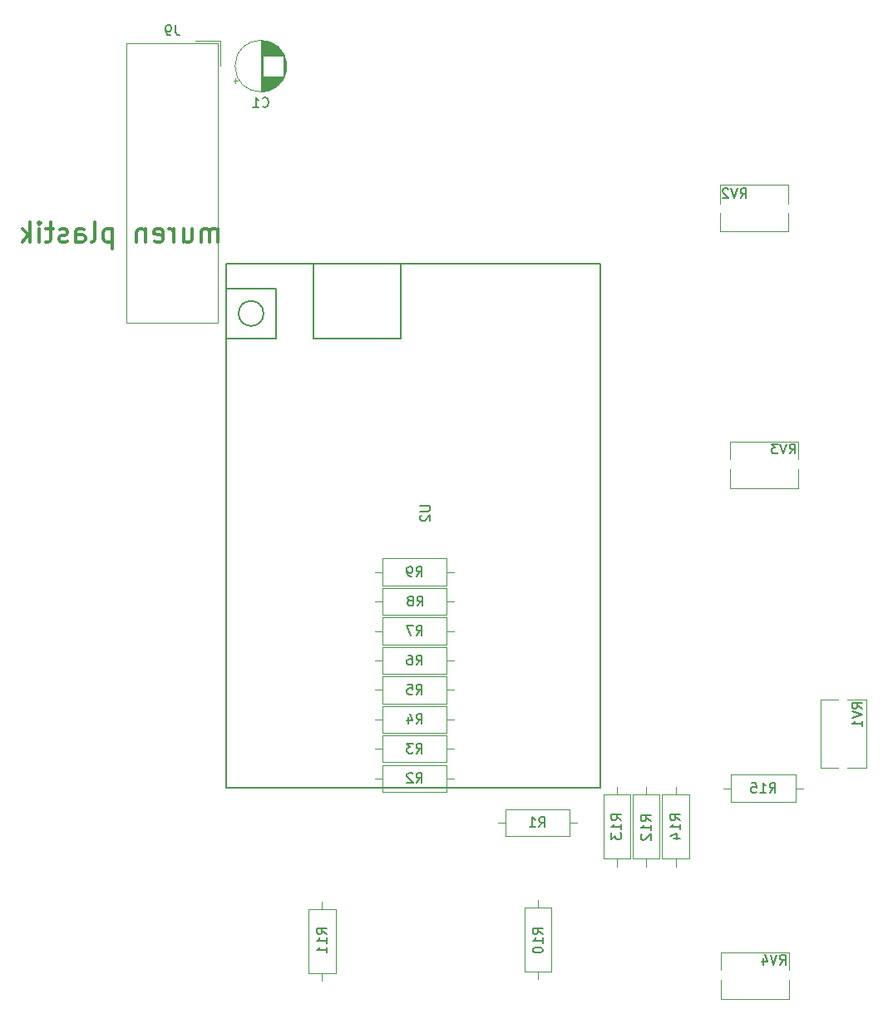
<source format=gbr>
G04 #@! TF.GenerationSoftware,KiCad,Pcbnew,5.0.1*
G04 #@! TF.CreationDate,2019-05-06T23:41:24+02:00*
G04 #@! TF.ProjectId,plastik,706C617374696B2E6B696361645F7063,rev?*
G04 #@! TF.SameCoordinates,Original*
G04 #@! TF.FileFunction,Legend,Bot*
G04 #@! TF.FilePolarity,Positive*
%FSLAX46Y46*%
G04 Gerber Fmt 4.6, Leading zero omitted, Abs format (unit mm)*
G04 Created by KiCad (PCBNEW 5.0.1) date Mo 06 Mai 2019 23:41:24 CEST*
%MOMM*%
%LPD*%
G01*
G04 APERTURE LIST*
%ADD10C,0.300000*%
%ADD11C,0.120000*%
%ADD12C,0.150000*%
G04 APERTURE END LIST*
D10*
X115904761Y-58904761D02*
X115904761Y-57571428D01*
X115904761Y-57761904D02*
X115809523Y-57666666D01*
X115619047Y-57571428D01*
X115333333Y-57571428D01*
X115142857Y-57666666D01*
X115047619Y-57857142D01*
X115047619Y-58904761D01*
X115047619Y-57857142D02*
X114952380Y-57666666D01*
X114761904Y-57571428D01*
X114476190Y-57571428D01*
X114285714Y-57666666D01*
X114190476Y-57857142D01*
X114190476Y-58904761D01*
X112380952Y-57571428D02*
X112380952Y-58904761D01*
X113238095Y-57571428D02*
X113238095Y-58619047D01*
X113142857Y-58809523D01*
X112952380Y-58904761D01*
X112666666Y-58904761D01*
X112476190Y-58809523D01*
X112380952Y-58714285D01*
X111428571Y-58904761D02*
X111428571Y-57571428D01*
X111428571Y-57952380D02*
X111333333Y-57761904D01*
X111238095Y-57666666D01*
X111047619Y-57571428D01*
X110857142Y-57571428D01*
X109428571Y-58809523D02*
X109619047Y-58904761D01*
X109999999Y-58904761D01*
X110190476Y-58809523D01*
X110285714Y-58619047D01*
X110285714Y-57857142D01*
X110190476Y-57666666D01*
X109999999Y-57571428D01*
X109619047Y-57571428D01*
X109428571Y-57666666D01*
X109333333Y-57857142D01*
X109333333Y-58047619D01*
X110285714Y-58238095D01*
X108476190Y-57571428D02*
X108476190Y-58904761D01*
X108476190Y-57761904D02*
X108380952Y-57666666D01*
X108190476Y-57571428D01*
X107904761Y-57571428D01*
X107714285Y-57666666D01*
X107619047Y-57857142D01*
X107619047Y-58904761D01*
X105142857Y-57571428D02*
X105142857Y-59571428D01*
X105142857Y-57666666D02*
X104952380Y-57571428D01*
X104571428Y-57571428D01*
X104380952Y-57666666D01*
X104285714Y-57761904D01*
X104190476Y-57952380D01*
X104190476Y-58523809D01*
X104285714Y-58714285D01*
X104380952Y-58809523D01*
X104571428Y-58904761D01*
X104952380Y-58904761D01*
X105142857Y-58809523D01*
X103047619Y-58904761D02*
X103238095Y-58809523D01*
X103333333Y-58619047D01*
X103333333Y-56904761D01*
X101428571Y-58904761D02*
X101428571Y-57857142D01*
X101523809Y-57666666D01*
X101714285Y-57571428D01*
X102095238Y-57571428D01*
X102285714Y-57666666D01*
X101428571Y-58809523D02*
X101619047Y-58904761D01*
X102095238Y-58904761D01*
X102285714Y-58809523D01*
X102380952Y-58619047D01*
X102380952Y-58428571D01*
X102285714Y-58238095D01*
X102095238Y-58142857D01*
X101619047Y-58142857D01*
X101428571Y-58047619D01*
X100571428Y-58809523D02*
X100380952Y-58904761D01*
X99999999Y-58904761D01*
X99809523Y-58809523D01*
X99714285Y-58619047D01*
X99714285Y-58523809D01*
X99809523Y-58333333D01*
X99999999Y-58238095D01*
X100285714Y-58238095D01*
X100476190Y-58142857D01*
X100571428Y-57952380D01*
X100571428Y-57857142D01*
X100476190Y-57666666D01*
X100285714Y-57571428D01*
X99999999Y-57571428D01*
X99809523Y-57666666D01*
X99142857Y-57571428D02*
X98380952Y-57571428D01*
X98857142Y-56904761D02*
X98857142Y-58619047D01*
X98761904Y-58809523D01*
X98571428Y-58904761D01*
X98380952Y-58904761D01*
X97714285Y-58904761D02*
X97714285Y-57571428D01*
X97714285Y-56904761D02*
X97809523Y-57000000D01*
X97714285Y-57095238D01*
X97619047Y-57000000D01*
X97714285Y-56904761D01*
X97714285Y-57095238D01*
X96761904Y-58904761D02*
X96761904Y-56904761D01*
X96571428Y-58142857D02*
X95999999Y-58904761D01*
X95999999Y-57571428D02*
X96761904Y-58333333D01*
D11*
G04 #@! TO.C,C1*
X122870000Y-41000000D02*
G75*
G03X122870000Y-41000000I-2620000J0D01*
G01*
X120250000Y-43580000D02*
X120250000Y-38420000D01*
X120290000Y-43580000D02*
X120290000Y-38420000D01*
X120330000Y-43579000D02*
X120330000Y-38421000D01*
X120370000Y-43578000D02*
X120370000Y-38422000D01*
X120410000Y-43576000D02*
X120410000Y-38424000D01*
X120450000Y-43573000D02*
X120450000Y-38427000D01*
X120490000Y-43569000D02*
X120490000Y-42040000D01*
X120490000Y-39960000D02*
X120490000Y-38431000D01*
X120530000Y-43565000D02*
X120530000Y-42040000D01*
X120530000Y-39960000D02*
X120530000Y-38435000D01*
X120570000Y-43561000D02*
X120570000Y-42040000D01*
X120570000Y-39960000D02*
X120570000Y-38439000D01*
X120610000Y-43556000D02*
X120610000Y-42040000D01*
X120610000Y-39960000D02*
X120610000Y-38444000D01*
X120650000Y-43550000D02*
X120650000Y-42040000D01*
X120650000Y-39960000D02*
X120650000Y-38450000D01*
X120690000Y-43543000D02*
X120690000Y-42040000D01*
X120690000Y-39960000D02*
X120690000Y-38457000D01*
X120730000Y-43536000D02*
X120730000Y-42040000D01*
X120730000Y-39960000D02*
X120730000Y-38464000D01*
X120770000Y-43528000D02*
X120770000Y-42040000D01*
X120770000Y-39960000D02*
X120770000Y-38472000D01*
X120810000Y-43520000D02*
X120810000Y-42040000D01*
X120810000Y-39960000D02*
X120810000Y-38480000D01*
X120850000Y-43511000D02*
X120850000Y-42040000D01*
X120850000Y-39960000D02*
X120850000Y-38489000D01*
X120890000Y-43501000D02*
X120890000Y-42040000D01*
X120890000Y-39960000D02*
X120890000Y-38499000D01*
X120930000Y-43491000D02*
X120930000Y-42040000D01*
X120930000Y-39960000D02*
X120930000Y-38509000D01*
X120971000Y-43480000D02*
X120971000Y-42040000D01*
X120971000Y-39960000D02*
X120971000Y-38520000D01*
X121011000Y-43468000D02*
X121011000Y-42040000D01*
X121011000Y-39960000D02*
X121011000Y-38532000D01*
X121051000Y-43455000D02*
X121051000Y-42040000D01*
X121051000Y-39960000D02*
X121051000Y-38545000D01*
X121091000Y-43442000D02*
X121091000Y-42040000D01*
X121091000Y-39960000D02*
X121091000Y-38558000D01*
X121131000Y-43428000D02*
X121131000Y-42040000D01*
X121131000Y-39960000D02*
X121131000Y-38572000D01*
X121171000Y-43414000D02*
X121171000Y-42040000D01*
X121171000Y-39960000D02*
X121171000Y-38586000D01*
X121211000Y-43398000D02*
X121211000Y-42040000D01*
X121211000Y-39960000D02*
X121211000Y-38602000D01*
X121251000Y-43382000D02*
X121251000Y-42040000D01*
X121251000Y-39960000D02*
X121251000Y-38618000D01*
X121291000Y-43365000D02*
X121291000Y-42040000D01*
X121291000Y-39960000D02*
X121291000Y-38635000D01*
X121331000Y-43348000D02*
X121331000Y-42040000D01*
X121331000Y-39960000D02*
X121331000Y-38652000D01*
X121371000Y-43329000D02*
X121371000Y-42040000D01*
X121371000Y-39960000D02*
X121371000Y-38671000D01*
X121411000Y-43310000D02*
X121411000Y-42040000D01*
X121411000Y-39960000D02*
X121411000Y-38690000D01*
X121451000Y-43290000D02*
X121451000Y-42040000D01*
X121451000Y-39960000D02*
X121451000Y-38710000D01*
X121491000Y-43268000D02*
X121491000Y-42040000D01*
X121491000Y-39960000D02*
X121491000Y-38732000D01*
X121531000Y-43247000D02*
X121531000Y-42040000D01*
X121531000Y-39960000D02*
X121531000Y-38753000D01*
X121571000Y-43224000D02*
X121571000Y-42040000D01*
X121571000Y-39960000D02*
X121571000Y-38776000D01*
X121611000Y-43200000D02*
X121611000Y-42040000D01*
X121611000Y-39960000D02*
X121611000Y-38800000D01*
X121651000Y-43175000D02*
X121651000Y-42040000D01*
X121651000Y-39960000D02*
X121651000Y-38825000D01*
X121691000Y-43149000D02*
X121691000Y-42040000D01*
X121691000Y-39960000D02*
X121691000Y-38851000D01*
X121731000Y-43122000D02*
X121731000Y-42040000D01*
X121731000Y-39960000D02*
X121731000Y-38878000D01*
X121771000Y-43095000D02*
X121771000Y-42040000D01*
X121771000Y-39960000D02*
X121771000Y-38905000D01*
X121811000Y-43065000D02*
X121811000Y-42040000D01*
X121811000Y-39960000D02*
X121811000Y-38935000D01*
X121851000Y-43035000D02*
X121851000Y-42040000D01*
X121851000Y-39960000D02*
X121851000Y-38965000D01*
X121891000Y-43004000D02*
X121891000Y-42040000D01*
X121891000Y-39960000D02*
X121891000Y-38996000D01*
X121931000Y-42971000D02*
X121931000Y-42040000D01*
X121931000Y-39960000D02*
X121931000Y-39029000D01*
X121971000Y-42937000D02*
X121971000Y-42040000D01*
X121971000Y-39960000D02*
X121971000Y-39063000D01*
X122011000Y-42901000D02*
X122011000Y-42040000D01*
X122011000Y-39960000D02*
X122011000Y-39099000D01*
X122051000Y-42864000D02*
X122051000Y-42040000D01*
X122051000Y-39960000D02*
X122051000Y-39136000D01*
X122091000Y-42826000D02*
X122091000Y-42040000D01*
X122091000Y-39960000D02*
X122091000Y-39174000D01*
X122131000Y-42785000D02*
X122131000Y-42040000D01*
X122131000Y-39960000D02*
X122131000Y-39215000D01*
X122171000Y-42743000D02*
X122171000Y-42040000D01*
X122171000Y-39960000D02*
X122171000Y-39257000D01*
X122211000Y-42699000D02*
X122211000Y-42040000D01*
X122211000Y-39960000D02*
X122211000Y-39301000D01*
X122251000Y-42653000D02*
X122251000Y-42040000D01*
X122251000Y-39960000D02*
X122251000Y-39347000D01*
X122291000Y-42605000D02*
X122291000Y-42040000D01*
X122291000Y-39960000D02*
X122291000Y-39395000D01*
X122331000Y-42554000D02*
X122331000Y-42040000D01*
X122331000Y-39960000D02*
X122331000Y-39446000D01*
X122371000Y-42500000D02*
X122371000Y-42040000D01*
X122371000Y-39960000D02*
X122371000Y-39500000D01*
X122411000Y-42443000D02*
X122411000Y-42040000D01*
X122411000Y-39960000D02*
X122411000Y-39557000D01*
X122451000Y-42383000D02*
X122451000Y-42040000D01*
X122451000Y-39960000D02*
X122451000Y-39617000D01*
X122491000Y-42319000D02*
X122491000Y-42040000D01*
X122491000Y-39960000D02*
X122491000Y-39681000D01*
X122531000Y-42251000D02*
X122531000Y-42040000D01*
X122531000Y-39960000D02*
X122531000Y-39749000D01*
X122571000Y-42178000D02*
X122571000Y-39822000D01*
X122611000Y-42098000D02*
X122611000Y-39902000D01*
X122651000Y-42011000D02*
X122651000Y-39989000D01*
X122691000Y-41915000D02*
X122691000Y-40085000D01*
X122731000Y-41805000D02*
X122731000Y-40195000D01*
X122771000Y-41677000D02*
X122771000Y-40323000D01*
X122811000Y-41518000D02*
X122811000Y-40482000D01*
X122851000Y-41284000D02*
X122851000Y-40716000D01*
X117445225Y-42475000D02*
X117945225Y-42475000D01*
X117695225Y-42725000D02*
X117695225Y-42225000D01*
G04 #@! TO.C,R1*
X151690000Y-116630000D02*
X151690000Y-119370000D01*
X151690000Y-119370000D02*
X145150000Y-119370000D01*
X145150000Y-119370000D02*
X145150000Y-116630000D01*
X145150000Y-116630000D02*
X151690000Y-116630000D01*
X152460000Y-118000000D02*
X151690000Y-118000000D01*
X144380000Y-118000000D02*
X145150000Y-118000000D01*
G04 #@! TO.C,RV4*
X167065000Y-133996000D02*
X167065000Y-135960000D01*
X167065000Y-131220000D02*
X167065000Y-133006000D01*
X174015000Y-133996000D02*
X174015000Y-135960000D01*
X174015000Y-131220000D02*
X174015000Y-133006000D01*
X174015000Y-135960000D02*
X167065000Y-135960000D01*
X174015000Y-131220000D02*
X167065000Y-131220000D01*
G04 #@! TO.C,RV3*
X175015000Y-79220000D02*
X168065000Y-79220000D01*
X175015000Y-83960000D02*
X168065000Y-83960000D01*
X175015000Y-79220000D02*
X175015000Y-81006000D01*
X175015000Y-81996000D02*
X175015000Y-83960000D01*
X168065000Y-79220000D02*
X168065000Y-81006000D01*
X168065000Y-81996000D02*
X168065000Y-83960000D01*
G04 #@! TO.C,RV2*
X173935000Y-55004000D02*
X173935000Y-53040000D01*
X173935000Y-57780000D02*
X173935000Y-55994000D01*
X166985000Y-55004000D02*
X166985000Y-53040000D01*
X166985000Y-57780000D02*
X166985000Y-55994000D01*
X166985000Y-53040000D02*
X173935000Y-53040000D01*
X166985000Y-57780000D02*
X173935000Y-57780000D01*
G04 #@! TO.C,RV1*
X177220000Y-105485000D02*
X177220000Y-112435000D01*
X181960000Y-105485000D02*
X181960000Y-112435000D01*
X177220000Y-105485000D02*
X179006000Y-105485000D01*
X179996000Y-105485000D02*
X181960000Y-105485000D01*
X177220000Y-112435000D02*
X179006000Y-112435000D01*
X179996000Y-112435000D02*
X181960000Y-112435000D01*
G04 #@! TO.C,R8*
X131880000Y-95500000D02*
X132650000Y-95500000D01*
X139960000Y-95500000D02*
X139190000Y-95500000D01*
X132650000Y-94130000D02*
X139190000Y-94130000D01*
X132650000Y-96870000D02*
X132650000Y-94130000D01*
X139190000Y-96870000D02*
X132650000Y-96870000D01*
X139190000Y-94130000D02*
X139190000Y-96870000D01*
G04 #@! TO.C,R15*
X174690000Y-113130000D02*
X174690000Y-115870000D01*
X174690000Y-115870000D02*
X168150000Y-115870000D01*
X168150000Y-115870000D02*
X168150000Y-113130000D01*
X168150000Y-113130000D02*
X174690000Y-113130000D01*
X175460000Y-114500000D02*
X174690000Y-114500000D01*
X167380000Y-114500000D02*
X168150000Y-114500000D01*
G04 #@! TO.C,R14*
X162500000Y-114380000D02*
X162500000Y-115150000D01*
X162500000Y-122460000D02*
X162500000Y-121690000D01*
X163870000Y-115150000D02*
X163870000Y-121690000D01*
X161130000Y-115150000D02*
X163870000Y-115150000D01*
X161130000Y-121690000D02*
X161130000Y-115150000D01*
X163870000Y-121690000D02*
X161130000Y-121690000D01*
G04 #@! TO.C,R13*
X157870000Y-121690000D02*
X155130000Y-121690000D01*
X155130000Y-121690000D02*
X155130000Y-115150000D01*
X155130000Y-115150000D02*
X157870000Y-115150000D01*
X157870000Y-115150000D02*
X157870000Y-121690000D01*
X156500000Y-122460000D02*
X156500000Y-121690000D01*
X156500000Y-114380000D02*
X156500000Y-115150000D01*
G04 #@! TO.C,R12*
X159500000Y-114380000D02*
X159500000Y-115150000D01*
X159500000Y-122460000D02*
X159500000Y-121690000D01*
X160870000Y-115150000D02*
X160870000Y-121690000D01*
X158130000Y-115150000D02*
X160870000Y-115150000D01*
X158130000Y-121690000D02*
X158130000Y-115150000D01*
X160870000Y-121690000D02*
X158130000Y-121690000D01*
G04 #@! TO.C,R11*
X127870000Y-133350000D02*
X125130000Y-133350000D01*
X125130000Y-133350000D02*
X125130000Y-126810000D01*
X125130000Y-126810000D02*
X127870000Y-126810000D01*
X127870000Y-126810000D02*
X127870000Y-133350000D01*
X126500000Y-134120000D02*
X126500000Y-133350000D01*
X126500000Y-126040000D02*
X126500000Y-126810000D01*
G04 #@! TO.C,R10*
X148500000Y-125880000D02*
X148500000Y-126650000D01*
X148500000Y-133960000D02*
X148500000Y-133190000D01*
X149870000Y-126650000D02*
X149870000Y-133190000D01*
X147130000Y-126650000D02*
X149870000Y-126650000D01*
X147130000Y-133190000D02*
X147130000Y-126650000D01*
X149870000Y-133190000D02*
X147130000Y-133190000D01*
G04 #@! TO.C,R9*
X139190000Y-91130000D02*
X139190000Y-93870000D01*
X139190000Y-93870000D02*
X132650000Y-93870000D01*
X132650000Y-93870000D02*
X132650000Y-91130000D01*
X132650000Y-91130000D02*
X139190000Y-91130000D01*
X139960000Y-92500000D02*
X139190000Y-92500000D01*
X131880000Y-92500000D02*
X132650000Y-92500000D01*
G04 #@! TO.C,R7*
X131880000Y-98500000D02*
X132650000Y-98500000D01*
X139960000Y-98500000D02*
X139190000Y-98500000D01*
X132650000Y-97130000D02*
X139190000Y-97130000D01*
X132650000Y-99870000D02*
X132650000Y-97130000D01*
X139190000Y-99870000D02*
X132650000Y-99870000D01*
X139190000Y-97130000D02*
X139190000Y-99870000D01*
G04 #@! TO.C,R6*
X139190000Y-100130000D02*
X139190000Y-102870000D01*
X139190000Y-102870000D02*
X132650000Y-102870000D01*
X132650000Y-102870000D02*
X132650000Y-100130000D01*
X132650000Y-100130000D02*
X139190000Y-100130000D01*
X139960000Y-101500000D02*
X139190000Y-101500000D01*
X131880000Y-101500000D02*
X132650000Y-101500000D01*
G04 #@! TO.C,R5*
X131880000Y-104500000D02*
X132650000Y-104500000D01*
X139960000Y-104500000D02*
X139190000Y-104500000D01*
X132650000Y-103130000D02*
X139190000Y-103130000D01*
X132650000Y-105870000D02*
X132650000Y-103130000D01*
X139190000Y-105870000D02*
X132650000Y-105870000D01*
X139190000Y-103130000D02*
X139190000Y-105870000D01*
G04 #@! TO.C,R2*
X139190000Y-112130000D02*
X139190000Y-114870000D01*
X139190000Y-114870000D02*
X132650000Y-114870000D01*
X132650000Y-114870000D02*
X132650000Y-112130000D01*
X132650000Y-112130000D02*
X139190000Y-112130000D01*
X139960000Y-113500000D02*
X139190000Y-113500000D01*
X131880000Y-113500000D02*
X132650000Y-113500000D01*
G04 #@! TO.C,R4*
X131880000Y-107500000D02*
X132650000Y-107500000D01*
X139960000Y-107500000D02*
X139190000Y-107500000D01*
X132650000Y-106130000D02*
X139190000Y-106130000D01*
X132650000Y-108870000D02*
X132650000Y-106130000D01*
X139190000Y-108870000D02*
X132650000Y-108870000D01*
X139190000Y-106130000D02*
X139190000Y-108870000D01*
G04 #@! TO.C,R3*
X139190000Y-109130000D02*
X139190000Y-111870000D01*
X139190000Y-111870000D02*
X132650000Y-111870000D01*
X132650000Y-111870000D02*
X132650000Y-109130000D01*
X132650000Y-109130000D02*
X139190000Y-109130000D01*
X139960000Y-110500000D02*
X139190000Y-110500000D01*
X131880000Y-110500000D02*
X132650000Y-110500000D01*
G04 #@! TO.C,J9*
X106555000Y-38650000D02*
X106555000Y-67130000D01*
X106555000Y-67130000D02*
X115905000Y-67130000D01*
X115905000Y-67130000D02*
X115905000Y-38650000D01*
X115905000Y-38650000D02*
X106555000Y-38650000D01*
X116155000Y-38400000D02*
X116155000Y-40940000D01*
X116155000Y-38400000D02*
X113615000Y-38400000D01*
D12*
G04 #@! TO.C,U2*
X154820000Y-61100000D02*
X154820000Y-114440000D01*
X116720000Y-114440000D02*
X154820000Y-114440000D01*
X116720000Y-114440000D02*
X116720000Y-61100000D01*
X116720000Y-61100000D02*
X154820000Y-61100000D01*
X116720000Y-68720000D02*
X121800000Y-68720000D01*
X121800000Y-68720000D02*
X121800000Y-63640000D01*
X121800000Y-63640000D02*
X116720000Y-63640000D01*
X120530000Y-66180000D02*
G75*
G03X120530000Y-66180000I-1270000J0D01*
G01*
X125610000Y-61100000D02*
X125610000Y-68720000D01*
X134500000Y-61100000D02*
X134500000Y-68720000D01*
X134500000Y-68720000D02*
X125610000Y-68720000D01*
G04 #@! TO.C,C1*
X120416666Y-45107142D02*
X120464285Y-45154761D01*
X120607142Y-45202380D01*
X120702380Y-45202380D01*
X120845238Y-45154761D01*
X120940476Y-45059523D01*
X120988095Y-44964285D01*
X121035714Y-44773809D01*
X121035714Y-44630952D01*
X120988095Y-44440476D01*
X120940476Y-44345238D01*
X120845238Y-44250000D01*
X120702380Y-44202380D01*
X120607142Y-44202380D01*
X120464285Y-44250000D01*
X120416666Y-44297619D01*
X119464285Y-45202380D02*
X120035714Y-45202380D01*
X119750000Y-45202380D02*
X119750000Y-44202380D01*
X119845238Y-44345238D01*
X119940476Y-44440476D01*
X120035714Y-44488095D01*
G04 #@! TO.C,R1*
X148586666Y-118452380D02*
X148920000Y-117976190D01*
X149158095Y-118452380D02*
X149158095Y-117452380D01*
X148777142Y-117452380D01*
X148681904Y-117500000D01*
X148634285Y-117547619D01*
X148586666Y-117642857D01*
X148586666Y-117785714D01*
X148634285Y-117880952D01*
X148681904Y-117928571D01*
X148777142Y-117976190D01*
X149158095Y-117976190D01*
X147634285Y-118452380D02*
X148205714Y-118452380D01*
X147920000Y-118452380D02*
X147920000Y-117452380D01*
X148015238Y-117595238D01*
X148110476Y-117690476D01*
X148205714Y-117738095D01*
G04 #@! TO.C,RV4*
X173095238Y-132452380D02*
X173428571Y-131976190D01*
X173666666Y-132452380D02*
X173666666Y-131452380D01*
X173285714Y-131452380D01*
X173190476Y-131500000D01*
X173142857Y-131547619D01*
X173095238Y-131642857D01*
X173095238Y-131785714D01*
X173142857Y-131880952D01*
X173190476Y-131928571D01*
X173285714Y-131976190D01*
X173666666Y-131976190D01*
X172809523Y-131452380D02*
X172476190Y-132452380D01*
X172142857Y-131452380D01*
X171380952Y-131785714D02*
X171380952Y-132452380D01*
X171619047Y-131404761D02*
X171857142Y-132119047D01*
X171238095Y-132119047D01*
G04 #@! TO.C,RV3*
X174095238Y-80452380D02*
X174428571Y-79976190D01*
X174666666Y-80452380D02*
X174666666Y-79452380D01*
X174285714Y-79452380D01*
X174190476Y-79500000D01*
X174142857Y-79547619D01*
X174095238Y-79642857D01*
X174095238Y-79785714D01*
X174142857Y-79880952D01*
X174190476Y-79928571D01*
X174285714Y-79976190D01*
X174666666Y-79976190D01*
X173809523Y-79452380D02*
X173476190Y-80452380D01*
X173142857Y-79452380D01*
X172904761Y-79452380D02*
X172285714Y-79452380D01*
X172619047Y-79833333D01*
X172476190Y-79833333D01*
X172380952Y-79880952D01*
X172333333Y-79928571D01*
X172285714Y-80023809D01*
X172285714Y-80261904D01*
X172333333Y-80357142D01*
X172380952Y-80404761D01*
X172476190Y-80452380D01*
X172761904Y-80452380D01*
X172857142Y-80404761D01*
X172904761Y-80357142D01*
G04 #@! TO.C,RV2*
X169095238Y-54452380D02*
X169428571Y-53976190D01*
X169666666Y-54452380D02*
X169666666Y-53452380D01*
X169285714Y-53452380D01*
X169190476Y-53500000D01*
X169142857Y-53547619D01*
X169095238Y-53642857D01*
X169095238Y-53785714D01*
X169142857Y-53880952D01*
X169190476Y-53928571D01*
X169285714Y-53976190D01*
X169666666Y-53976190D01*
X168809523Y-53452380D02*
X168476190Y-54452380D01*
X168142857Y-53452380D01*
X167857142Y-53547619D02*
X167809523Y-53500000D01*
X167714285Y-53452380D01*
X167476190Y-53452380D01*
X167380952Y-53500000D01*
X167333333Y-53547619D01*
X167285714Y-53642857D01*
X167285714Y-53738095D01*
X167333333Y-53880952D01*
X167904761Y-54452380D01*
X167285714Y-54452380D01*
G04 #@! TO.C,RV1*
X181452380Y-106404761D02*
X180976190Y-106071428D01*
X181452380Y-105833333D02*
X180452380Y-105833333D01*
X180452380Y-106214285D01*
X180500000Y-106309523D01*
X180547619Y-106357142D01*
X180642857Y-106404761D01*
X180785714Y-106404761D01*
X180880952Y-106357142D01*
X180928571Y-106309523D01*
X180976190Y-106214285D01*
X180976190Y-105833333D01*
X180452380Y-106690476D02*
X181452380Y-107023809D01*
X180452380Y-107357142D01*
X181452380Y-108214285D02*
X181452380Y-107642857D01*
X181452380Y-107928571D02*
X180452380Y-107928571D01*
X180595238Y-107833333D01*
X180690476Y-107738095D01*
X180738095Y-107642857D01*
G04 #@! TO.C,R8*
X136166666Y-95952380D02*
X136500000Y-95476190D01*
X136738095Y-95952380D02*
X136738095Y-94952380D01*
X136357142Y-94952380D01*
X136261904Y-95000000D01*
X136214285Y-95047619D01*
X136166666Y-95142857D01*
X136166666Y-95285714D01*
X136214285Y-95380952D01*
X136261904Y-95428571D01*
X136357142Y-95476190D01*
X136738095Y-95476190D01*
X135595238Y-95380952D02*
X135690476Y-95333333D01*
X135738095Y-95285714D01*
X135785714Y-95190476D01*
X135785714Y-95142857D01*
X135738095Y-95047619D01*
X135690476Y-95000000D01*
X135595238Y-94952380D01*
X135404761Y-94952380D01*
X135309523Y-95000000D01*
X135261904Y-95047619D01*
X135214285Y-95142857D01*
X135214285Y-95190476D01*
X135261904Y-95285714D01*
X135309523Y-95333333D01*
X135404761Y-95380952D01*
X135595238Y-95380952D01*
X135690476Y-95428571D01*
X135738095Y-95476190D01*
X135785714Y-95571428D01*
X135785714Y-95761904D01*
X135738095Y-95857142D01*
X135690476Y-95904761D01*
X135595238Y-95952380D01*
X135404761Y-95952380D01*
X135309523Y-95904761D01*
X135261904Y-95857142D01*
X135214285Y-95761904D01*
X135214285Y-95571428D01*
X135261904Y-95476190D01*
X135309523Y-95428571D01*
X135404761Y-95380952D01*
G04 #@! TO.C,R15*
X172062857Y-114952380D02*
X172396190Y-114476190D01*
X172634285Y-114952380D02*
X172634285Y-113952380D01*
X172253333Y-113952380D01*
X172158095Y-114000000D01*
X172110476Y-114047619D01*
X172062857Y-114142857D01*
X172062857Y-114285714D01*
X172110476Y-114380952D01*
X172158095Y-114428571D01*
X172253333Y-114476190D01*
X172634285Y-114476190D01*
X171110476Y-114952380D02*
X171681904Y-114952380D01*
X171396190Y-114952380D02*
X171396190Y-113952380D01*
X171491428Y-114095238D01*
X171586666Y-114190476D01*
X171681904Y-114238095D01*
X170205714Y-113952380D02*
X170681904Y-113952380D01*
X170729523Y-114428571D01*
X170681904Y-114380952D01*
X170586666Y-114333333D01*
X170348571Y-114333333D01*
X170253333Y-114380952D01*
X170205714Y-114428571D01*
X170158095Y-114523809D01*
X170158095Y-114761904D01*
X170205714Y-114857142D01*
X170253333Y-114904761D01*
X170348571Y-114952380D01*
X170586666Y-114952380D01*
X170681904Y-114904761D01*
X170729523Y-114857142D01*
G04 #@! TO.C,R14*
X162952380Y-117777142D02*
X162476190Y-117443809D01*
X162952380Y-117205714D02*
X161952380Y-117205714D01*
X161952380Y-117586666D01*
X162000000Y-117681904D01*
X162047619Y-117729523D01*
X162142857Y-117777142D01*
X162285714Y-117777142D01*
X162380952Y-117729523D01*
X162428571Y-117681904D01*
X162476190Y-117586666D01*
X162476190Y-117205714D01*
X162952380Y-118729523D02*
X162952380Y-118158095D01*
X162952380Y-118443809D02*
X161952380Y-118443809D01*
X162095238Y-118348571D01*
X162190476Y-118253333D01*
X162238095Y-118158095D01*
X162285714Y-119586666D02*
X162952380Y-119586666D01*
X161904761Y-119348571D02*
X162619047Y-119110476D01*
X162619047Y-119729523D01*
G04 #@! TO.C,R13*
X156952380Y-117777142D02*
X156476190Y-117443809D01*
X156952380Y-117205714D02*
X155952380Y-117205714D01*
X155952380Y-117586666D01*
X156000000Y-117681904D01*
X156047619Y-117729523D01*
X156142857Y-117777142D01*
X156285714Y-117777142D01*
X156380952Y-117729523D01*
X156428571Y-117681904D01*
X156476190Y-117586666D01*
X156476190Y-117205714D01*
X156952380Y-118729523D02*
X156952380Y-118158095D01*
X156952380Y-118443809D02*
X155952380Y-118443809D01*
X156095238Y-118348571D01*
X156190476Y-118253333D01*
X156238095Y-118158095D01*
X155952380Y-119062857D02*
X155952380Y-119681904D01*
X156333333Y-119348571D01*
X156333333Y-119491428D01*
X156380952Y-119586666D01*
X156428571Y-119634285D01*
X156523809Y-119681904D01*
X156761904Y-119681904D01*
X156857142Y-119634285D01*
X156904761Y-119586666D01*
X156952380Y-119491428D01*
X156952380Y-119205714D01*
X156904761Y-119110476D01*
X156857142Y-119062857D01*
G04 #@! TO.C,R12*
X159952380Y-117857142D02*
X159476190Y-117523809D01*
X159952380Y-117285714D02*
X158952380Y-117285714D01*
X158952380Y-117666666D01*
X159000000Y-117761904D01*
X159047619Y-117809523D01*
X159142857Y-117857142D01*
X159285714Y-117857142D01*
X159380952Y-117809523D01*
X159428571Y-117761904D01*
X159476190Y-117666666D01*
X159476190Y-117285714D01*
X159952380Y-118809523D02*
X159952380Y-118238095D01*
X159952380Y-118523809D02*
X158952380Y-118523809D01*
X159095238Y-118428571D01*
X159190476Y-118333333D01*
X159238095Y-118238095D01*
X159047619Y-119190476D02*
X159000000Y-119238095D01*
X158952380Y-119333333D01*
X158952380Y-119571428D01*
X159000000Y-119666666D01*
X159047619Y-119714285D01*
X159142857Y-119761904D01*
X159238095Y-119761904D01*
X159380952Y-119714285D01*
X159952380Y-119142857D01*
X159952380Y-119761904D01*
G04 #@! TO.C,R11*
X126952380Y-129357142D02*
X126476190Y-129023809D01*
X126952380Y-128785714D02*
X125952380Y-128785714D01*
X125952380Y-129166666D01*
X126000000Y-129261904D01*
X126047619Y-129309523D01*
X126142857Y-129357142D01*
X126285714Y-129357142D01*
X126380952Y-129309523D01*
X126428571Y-129261904D01*
X126476190Y-129166666D01*
X126476190Y-128785714D01*
X126952380Y-130309523D02*
X126952380Y-129738095D01*
X126952380Y-130023809D02*
X125952380Y-130023809D01*
X126095238Y-129928571D01*
X126190476Y-129833333D01*
X126238095Y-129738095D01*
X126952380Y-131261904D02*
X126952380Y-130690476D01*
X126952380Y-130976190D02*
X125952380Y-130976190D01*
X126095238Y-130880952D01*
X126190476Y-130785714D01*
X126238095Y-130690476D01*
G04 #@! TO.C,R10*
X148952380Y-129357142D02*
X148476190Y-129023809D01*
X148952380Y-128785714D02*
X147952380Y-128785714D01*
X147952380Y-129166666D01*
X148000000Y-129261904D01*
X148047619Y-129309523D01*
X148142857Y-129357142D01*
X148285714Y-129357142D01*
X148380952Y-129309523D01*
X148428571Y-129261904D01*
X148476190Y-129166666D01*
X148476190Y-128785714D01*
X148952380Y-130309523D02*
X148952380Y-129738095D01*
X148952380Y-130023809D02*
X147952380Y-130023809D01*
X148095238Y-129928571D01*
X148190476Y-129833333D01*
X148238095Y-129738095D01*
X147952380Y-130928571D02*
X147952380Y-131023809D01*
X148000000Y-131119047D01*
X148047619Y-131166666D01*
X148142857Y-131214285D01*
X148333333Y-131261904D01*
X148571428Y-131261904D01*
X148761904Y-131214285D01*
X148857142Y-131166666D01*
X148904761Y-131119047D01*
X148952380Y-131023809D01*
X148952380Y-130928571D01*
X148904761Y-130833333D01*
X148857142Y-130785714D01*
X148761904Y-130738095D01*
X148571428Y-130690476D01*
X148333333Y-130690476D01*
X148142857Y-130738095D01*
X148047619Y-130785714D01*
X148000000Y-130833333D01*
X147952380Y-130928571D01*
G04 #@! TO.C,R9*
X136086666Y-92952380D02*
X136420000Y-92476190D01*
X136658095Y-92952380D02*
X136658095Y-91952380D01*
X136277142Y-91952380D01*
X136181904Y-92000000D01*
X136134285Y-92047619D01*
X136086666Y-92142857D01*
X136086666Y-92285714D01*
X136134285Y-92380952D01*
X136181904Y-92428571D01*
X136277142Y-92476190D01*
X136658095Y-92476190D01*
X135610476Y-92952380D02*
X135420000Y-92952380D01*
X135324761Y-92904761D01*
X135277142Y-92857142D01*
X135181904Y-92714285D01*
X135134285Y-92523809D01*
X135134285Y-92142857D01*
X135181904Y-92047619D01*
X135229523Y-92000000D01*
X135324761Y-91952380D01*
X135515238Y-91952380D01*
X135610476Y-92000000D01*
X135658095Y-92047619D01*
X135705714Y-92142857D01*
X135705714Y-92380952D01*
X135658095Y-92476190D01*
X135610476Y-92523809D01*
X135515238Y-92571428D01*
X135324761Y-92571428D01*
X135229523Y-92523809D01*
X135181904Y-92476190D01*
X135134285Y-92380952D01*
G04 #@! TO.C,R7*
X136086666Y-98952380D02*
X136420000Y-98476190D01*
X136658095Y-98952380D02*
X136658095Y-97952380D01*
X136277142Y-97952380D01*
X136181904Y-98000000D01*
X136134285Y-98047619D01*
X136086666Y-98142857D01*
X136086666Y-98285714D01*
X136134285Y-98380952D01*
X136181904Y-98428571D01*
X136277142Y-98476190D01*
X136658095Y-98476190D01*
X135753333Y-97952380D02*
X135086666Y-97952380D01*
X135515238Y-98952380D01*
G04 #@! TO.C,R6*
X136086666Y-101952380D02*
X136420000Y-101476190D01*
X136658095Y-101952380D02*
X136658095Y-100952380D01*
X136277142Y-100952380D01*
X136181904Y-101000000D01*
X136134285Y-101047619D01*
X136086666Y-101142857D01*
X136086666Y-101285714D01*
X136134285Y-101380952D01*
X136181904Y-101428571D01*
X136277142Y-101476190D01*
X136658095Y-101476190D01*
X135229523Y-100952380D02*
X135420000Y-100952380D01*
X135515238Y-101000000D01*
X135562857Y-101047619D01*
X135658095Y-101190476D01*
X135705714Y-101380952D01*
X135705714Y-101761904D01*
X135658095Y-101857142D01*
X135610476Y-101904761D01*
X135515238Y-101952380D01*
X135324761Y-101952380D01*
X135229523Y-101904761D01*
X135181904Y-101857142D01*
X135134285Y-101761904D01*
X135134285Y-101523809D01*
X135181904Y-101428571D01*
X135229523Y-101380952D01*
X135324761Y-101333333D01*
X135515238Y-101333333D01*
X135610476Y-101380952D01*
X135658095Y-101428571D01*
X135705714Y-101523809D01*
G04 #@! TO.C,R5*
X136086666Y-104952380D02*
X136420000Y-104476190D01*
X136658095Y-104952380D02*
X136658095Y-103952380D01*
X136277142Y-103952380D01*
X136181904Y-104000000D01*
X136134285Y-104047619D01*
X136086666Y-104142857D01*
X136086666Y-104285714D01*
X136134285Y-104380952D01*
X136181904Y-104428571D01*
X136277142Y-104476190D01*
X136658095Y-104476190D01*
X135181904Y-103952380D02*
X135658095Y-103952380D01*
X135705714Y-104428571D01*
X135658095Y-104380952D01*
X135562857Y-104333333D01*
X135324761Y-104333333D01*
X135229523Y-104380952D01*
X135181904Y-104428571D01*
X135134285Y-104523809D01*
X135134285Y-104761904D01*
X135181904Y-104857142D01*
X135229523Y-104904761D01*
X135324761Y-104952380D01*
X135562857Y-104952380D01*
X135658095Y-104904761D01*
X135705714Y-104857142D01*
G04 #@! TO.C,R2*
X136086666Y-113952380D02*
X136420000Y-113476190D01*
X136658095Y-113952380D02*
X136658095Y-112952380D01*
X136277142Y-112952380D01*
X136181904Y-113000000D01*
X136134285Y-113047619D01*
X136086666Y-113142857D01*
X136086666Y-113285714D01*
X136134285Y-113380952D01*
X136181904Y-113428571D01*
X136277142Y-113476190D01*
X136658095Y-113476190D01*
X135705714Y-113047619D02*
X135658095Y-113000000D01*
X135562857Y-112952380D01*
X135324761Y-112952380D01*
X135229523Y-113000000D01*
X135181904Y-113047619D01*
X135134285Y-113142857D01*
X135134285Y-113238095D01*
X135181904Y-113380952D01*
X135753333Y-113952380D01*
X135134285Y-113952380D01*
G04 #@! TO.C,R4*
X136086666Y-107952380D02*
X136420000Y-107476190D01*
X136658095Y-107952380D02*
X136658095Y-106952380D01*
X136277142Y-106952380D01*
X136181904Y-107000000D01*
X136134285Y-107047619D01*
X136086666Y-107142857D01*
X136086666Y-107285714D01*
X136134285Y-107380952D01*
X136181904Y-107428571D01*
X136277142Y-107476190D01*
X136658095Y-107476190D01*
X135229523Y-107285714D02*
X135229523Y-107952380D01*
X135467619Y-106904761D02*
X135705714Y-107619047D01*
X135086666Y-107619047D01*
G04 #@! TO.C,R3*
X136086666Y-110952380D02*
X136420000Y-110476190D01*
X136658095Y-110952380D02*
X136658095Y-109952380D01*
X136277142Y-109952380D01*
X136181904Y-110000000D01*
X136134285Y-110047619D01*
X136086666Y-110142857D01*
X136086666Y-110285714D01*
X136134285Y-110380952D01*
X136181904Y-110428571D01*
X136277142Y-110476190D01*
X136658095Y-110476190D01*
X135753333Y-109952380D02*
X135134285Y-109952380D01*
X135467619Y-110333333D01*
X135324761Y-110333333D01*
X135229523Y-110380952D01*
X135181904Y-110428571D01*
X135134285Y-110523809D01*
X135134285Y-110761904D01*
X135181904Y-110857142D01*
X135229523Y-110904761D01*
X135324761Y-110952380D01*
X135610476Y-110952380D01*
X135705714Y-110904761D01*
X135753333Y-110857142D01*
G04 #@! TO.C,J9*
X111563333Y-36848380D02*
X111563333Y-37562666D01*
X111610952Y-37705523D01*
X111706190Y-37800761D01*
X111849047Y-37848380D01*
X111944285Y-37848380D01*
X111039523Y-37848380D02*
X110849047Y-37848380D01*
X110753809Y-37800761D01*
X110706190Y-37753142D01*
X110610952Y-37610285D01*
X110563333Y-37419809D01*
X110563333Y-37038857D01*
X110610952Y-36943619D01*
X110658571Y-36896000D01*
X110753809Y-36848380D01*
X110944285Y-36848380D01*
X111039523Y-36896000D01*
X111087142Y-36943619D01*
X111134761Y-37038857D01*
X111134761Y-37276952D01*
X111087142Y-37372190D01*
X111039523Y-37419809D01*
X110944285Y-37467428D01*
X110753809Y-37467428D01*
X110658571Y-37419809D01*
X110610952Y-37372190D01*
X110563333Y-37276952D01*
G04 #@! TO.C,U2*
X136492380Y-85738095D02*
X137301904Y-85738095D01*
X137397142Y-85785714D01*
X137444761Y-85833333D01*
X137492380Y-85928571D01*
X137492380Y-86119047D01*
X137444761Y-86214285D01*
X137397142Y-86261904D01*
X137301904Y-86309523D01*
X136492380Y-86309523D01*
X136587619Y-86738095D02*
X136540000Y-86785714D01*
X136492380Y-86880952D01*
X136492380Y-87119047D01*
X136540000Y-87214285D01*
X136587619Y-87261904D01*
X136682857Y-87309523D01*
X136778095Y-87309523D01*
X136920952Y-87261904D01*
X137492380Y-86690476D01*
X137492380Y-87309523D01*
G04 #@! TD*
M02*

</source>
